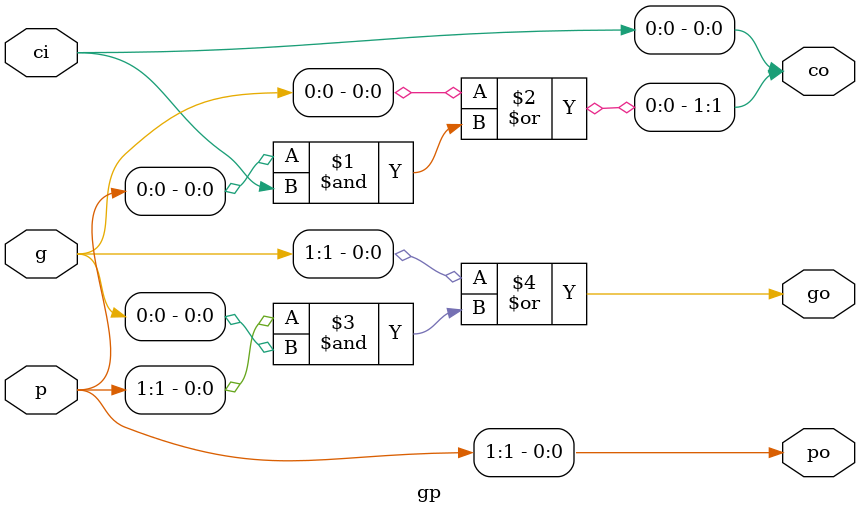
<source format=v>
module gp (
  input  wire [1:0] g,
  input  wire [1:0] p,
  input  wire ci,
  output wire go, po,
  output wire [1:0] co );

  assign co[0] = ci;
  assign co[1] = g[0] | p[0] & ci;
  assign go = g[1] | p[1] & g[0];
  assign po = p[1] & p[1];
endmodule

</source>
